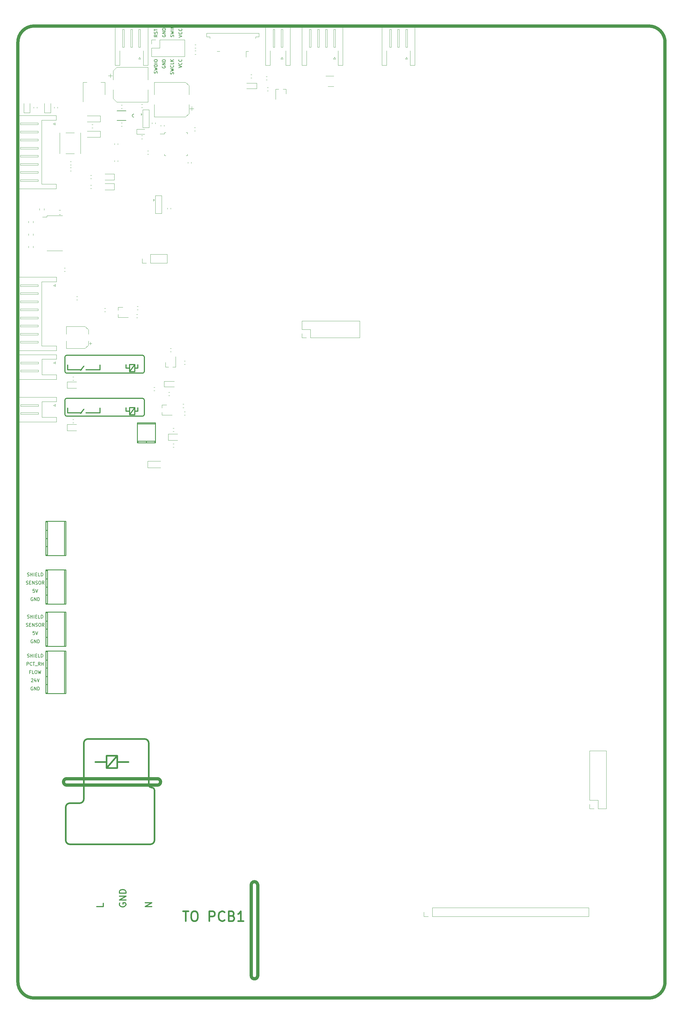
<source format=gto>
G04 #@! TF.GenerationSoftware,KiCad,Pcbnew,5.0.2-bee76a0~70~ubuntu18.04.1*
G04 #@! TF.CreationDate,2018-11-29T20:18:27+08:00*
G04 #@! TF.ProjectId,backplane,6261636b-706c-4616-9e65-2e6b69636164,rev?*
G04 #@! TF.SameCoordinates,Original*
G04 #@! TF.FileFunction,Legend,Top*
G04 #@! TF.FilePolarity,Positive*
%FSLAX46Y46*%
G04 Gerber Fmt 4.6, Leading zero omitted, Abs format (unit mm)*
G04 Created by KiCad (PCBNEW 5.0.2-bee76a0~70~ubuntu18.04.1) date Thursday, November 29, 2018 PM08:18:27 HKT*
%MOMM*%
%LPD*%
G01*
G04 APERTURE LIST*
%ADD10C,1.000000*%
%ADD11C,0.300000*%
%ADD12C,0.500000*%
%ADD13C,0.120000*%
%ADD14C,0.508000*%
%ADD15C,0.254000*%
%ADD16C,0.304800*%
%ADD17C,0.203200*%
%ADD18C,0.150000*%
G04 APERTURE END LIST*
D10*
X73110000Y-264100000D02*
G75*
G02X74110000Y-265100000I0J-1000000D01*
G01*
X73109999Y-294100001D02*
G75*
G02X72110000Y-293100000I1J1000000D01*
G01*
X72110000Y-293100000D02*
X72110000Y-265100000D01*
X74110000Y-265100000D02*
X74110000Y-293100000D01*
X74109998Y-293100001D02*
G75*
G02X73110000Y-294099999I-999998J0D01*
G01*
X72110000Y-265100000D02*
G75*
G02X73110000Y-264100000I1000000J0D01*
G01*
X15100000Y-234300000D02*
G75*
G02X14100000Y-233300000I0J1000000D01*
G01*
X14100000Y-233300000D02*
G75*
G02X15100000Y-232300000I1000000J0D01*
G01*
X44100000Y-233300000D02*
G75*
G02X43100000Y-234300000I-1000000J0D01*
G01*
X43100000Y-232300000D02*
G75*
G02X44100000Y-233300000I0J-1000000D01*
G01*
X43100000Y-234300000D02*
X15100000Y-234300000D01*
X15100000Y-232300000D02*
X43100000Y-232300000D01*
X0Y-5000000D02*
G75*
G02X5000000Y0I5000000J0D01*
G01*
X195000000Y0D02*
G75*
G02X200000000Y-5000000I0J-5000000D01*
G01*
X200000000Y-295000000D02*
G75*
G02X195000000Y-300000000I-5000000J0D01*
G01*
X5000000Y-300000000D02*
G75*
G02X0Y-295000000I0J5000000D01*
G01*
D11*
X41380761Y-271753809D02*
X39380761Y-271753809D01*
X41380761Y-270610952D01*
X39380761Y-270610952D01*
X31476000Y-270706190D02*
X31380761Y-270896666D01*
X31380761Y-271182381D01*
X31476000Y-271468095D01*
X31666476Y-271658571D01*
X31856952Y-271753809D01*
X32237904Y-271849047D01*
X32523619Y-271849047D01*
X32904571Y-271753809D01*
X33095047Y-271658571D01*
X33285523Y-271468095D01*
X33380761Y-271182381D01*
X33380761Y-270991904D01*
X33285523Y-270706190D01*
X33190285Y-270610952D01*
X32523619Y-270610952D01*
X32523619Y-270991904D01*
X33380761Y-269753809D02*
X31380761Y-269753809D01*
X33380761Y-268610952D01*
X31380761Y-268610952D01*
X33380761Y-267658571D02*
X31380761Y-267658571D01*
X31380761Y-267182381D01*
X31476000Y-266896666D01*
X31666476Y-266706190D01*
X31856952Y-266610952D01*
X32237904Y-266515714D01*
X32523619Y-266515714D01*
X32904571Y-266610952D01*
X33095047Y-266706190D01*
X33285523Y-266896666D01*
X33380761Y-267182381D01*
X33380761Y-267658571D01*
X26380761Y-270801428D02*
X26380761Y-271753809D01*
X24380761Y-271753809D01*
D10*
X0Y-5000000D02*
X0Y-295000000D01*
X5000000Y-300000000D02*
X195000000Y-300000000D01*
X200000000Y-5000000D02*
X200000000Y-295000000D01*
X5000000Y0D02*
X195000000Y0D01*
D12*
X51019285Y-273257142D02*
X52733571Y-273257142D01*
X51876428Y-276257142D02*
X51876428Y-273257142D01*
X54305000Y-273257142D02*
X54876428Y-273257142D01*
X55162142Y-273400000D01*
X55447857Y-273685714D01*
X55590714Y-274257142D01*
X55590714Y-275257142D01*
X55447857Y-275828571D01*
X55162142Y-276114285D01*
X54876428Y-276257142D01*
X54305000Y-276257142D01*
X54019285Y-276114285D01*
X53733571Y-275828571D01*
X53590714Y-275257142D01*
X53590714Y-274257142D01*
X53733571Y-273685714D01*
X54019285Y-273400000D01*
X54305000Y-273257142D01*
X59162142Y-276257142D02*
X59162142Y-273257142D01*
X60305000Y-273257142D01*
X60590714Y-273400000D01*
X60733571Y-273542857D01*
X60876428Y-273828571D01*
X60876428Y-274257142D01*
X60733571Y-274542857D01*
X60590714Y-274685714D01*
X60305000Y-274828571D01*
X59162142Y-274828571D01*
X63876428Y-275971428D02*
X63733571Y-276114285D01*
X63305000Y-276257142D01*
X63019285Y-276257142D01*
X62590714Y-276114285D01*
X62305000Y-275828571D01*
X62162142Y-275542857D01*
X62019285Y-274971428D01*
X62019285Y-274542857D01*
X62162142Y-273971428D01*
X62305000Y-273685714D01*
X62590714Y-273400000D01*
X63019285Y-273257142D01*
X63305000Y-273257142D01*
X63733571Y-273400000D01*
X63876428Y-273542857D01*
X66162142Y-274685714D02*
X66590714Y-274828571D01*
X66733571Y-274971428D01*
X66876428Y-275257142D01*
X66876428Y-275685714D01*
X66733571Y-275971428D01*
X66590714Y-276114285D01*
X66305000Y-276257142D01*
X65162142Y-276257142D01*
X65162142Y-273257142D01*
X66162142Y-273257142D01*
X66447857Y-273400000D01*
X66590714Y-273542857D01*
X66733571Y-273828571D01*
X66733571Y-274114285D01*
X66590714Y-274400000D01*
X66447857Y-274542857D01*
X66162142Y-274685714D01*
X65162142Y-274685714D01*
X69733571Y-276257142D02*
X68019285Y-276257142D01*
X68876428Y-276257142D02*
X68876428Y-273257142D01*
X68590714Y-273685714D01*
X68305000Y-273971428D01*
X68019285Y-274114285D01*
D13*
G04 #@! TO.C,U3*
X41270000Y-5550000D02*
X41270000Y-4220000D01*
X41270000Y-4220000D02*
X42600000Y-4220000D01*
X41270000Y-6820000D02*
X43870000Y-6820000D01*
X43870000Y-6820000D02*
X43870000Y-4220000D01*
X43870000Y-4220000D02*
X51550000Y-4220000D01*
X51550000Y-9420000D02*
X51550000Y-4220000D01*
X41270000Y-9420000D02*
X51550000Y-9420000D01*
X41270000Y-9420000D02*
X41270000Y-6820000D01*
D14*
G04 #@! TO.C,K1*
X30722500Y-225251000D02*
X30722500Y-229061000D01*
X27420500Y-225251000D02*
X30722500Y-225251000D01*
X27420500Y-229061000D02*
X27420500Y-225251000D01*
X30722500Y-229061000D02*
X27420500Y-229061000D01*
X30722500Y-225251000D02*
X27420500Y-229061000D01*
X30722500Y-227156000D02*
X34215000Y-227156000D01*
X23928000Y-227156000D02*
X27420500Y-227156000D01*
X19102000Y-239856000D02*
G75*
G03X20372000Y-238586000I0J1270000D01*
G01*
X16054000Y-239856000D02*
G75*
G03X14784000Y-241126000I0J-1270000D01*
G01*
X14784000Y-251286000D02*
G75*
G03X16054000Y-252556000I1270000J0D01*
G01*
X40946000Y-252556000D02*
G75*
G03X42216000Y-251286000I0J1270000D01*
G01*
X40438000Y-221314000D02*
G75*
G03X39168000Y-220044000I-1270000J0D01*
G01*
X21642000Y-220044000D02*
G75*
G03X20372000Y-221314000I0J-1270000D01*
G01*
X42216000Y-235792000D02*
G75*
G03X41454000Y-235030000I-762000J0D01*
G01*
X40438000Y-234268000D02*
G75*
G03X41200000Y-235030000I762000J0D01*
G01*
X40438000Y-234268000D02*
X40438000Y-221314000D01*
X39168000Y-220044000D02*
X21642000Y-220044000D01*
X20372000Y-221314000D02*
X20372000Y-238586000D01*
X19102000Y-239856000D02*
X16054000Y-239856000D01*
X14784000Y-241126000D02*
X14784000Y-251286000D01*
X16054000Y-252556000D02*
X40946000Y-252556000D01*
X42216000Y-251286000D02*
X42216000Y-235792000D01*
X41454000Y-235030000D02*
X41200000Y-235030000D01*
D13*
G04 #@! TO.C,J7*
X119800000Y-10190000D02*
X120100000Y-9590000D01*
X120400000Y-10190000D02*
X119800000Y-10190000D01*
X120100000Y-9590000D02*
X120400000Y-10190000D01*
X114850000Y-6490000D02*
X115350000Y-6490000D01*
X114850000Y-990000D02*
X114850000Y-6490000D01*
X115350000Y-990000D02*
X114850000Y-990000D01*
X115350000Y-6490000D02*
X115350000Y-990000D01*
X117350000Y-6490000D02*
X117850000Y-6490000D01*
X117350000Y-990000D02*
X117350000Y-6490000D01*
X117850000Y-990000D02*
X117350000Y-990000D01*
X117850000Y-6490000D02*
X117850000Y-990000D01*
X119850000Y-6490000D02*
X120350000Y-6490000D01*
X119850000Y-990000D02*
X119850000Y-6490000D01*
X120350000Y-990000D02*
X119850000Y-990000D01*
X120350000Y-6490000D02*
X120350000Y-990000D01*
X113960000Y-12100000D02*
X113960000Y-7600000D01*
X112540000Y-12100000D02*
X113960000Y-12100000D01*
X112540000Y-380000D02*
X112540000Y-12100000D01*
X117600000Y-380000D02*
X112540000Y-380000D01*
X121240000Y-12100000D02*
X121240000Y-7600000D01*
X122660000Y-12100000D02*
X121240000Y-12100000D01*
X122660000Y-380000D02*
X122660000Y-12100000D01*
X117600000Y-380000D02*
X122660000Y-380000D01*
G04 #@! TO.C,J11*
X97550000Y-10190000D02*
X97850000Y-9590000D01*
X98150000Y-10190000D02*
X97550000Y-10190000D01*
X97850000Y-9590000D02*
X98150000Y-10190000D01*
X90100000Y-6490000D02*
X90600000Y-6490000D01*
X90100000Y-990000D02*
X90100000Y-6490000D01*
X90600000Y-990000D02*
X90100000Y-990000D01*
X90600000Y-6490000D02*
X90600000Y-990000D01*
X92600000Y-6490000D02*
X93100000Y-6490000D01*
X92600000Y-990000D02*
X92600000Y-6490000D01*
X93100000Y-990000D02*
X92600000Y-990000D01*
X93100000Y-6490000D02*
X93100000Y-990000D01*
X95100000Y-6490000D02*
X95600000Y-6490000D01*
X95100000Y-990000D02*
X95100000Y-6490000D01*
X95600000Y-990000D02*
X95100000Y-990000D01*
X95600000Y-6490000D02*
X95600000Y-990000D01*
X97600000Y-6490000D02*
X98100000Y-6490000D01*
X97600000Y-990000D02*
X97600000Y-6490000D01*
X98100000Y-990000D02*
X97600000Y-990000D01*
X98100000Y-6490000D02*
X98100000Y-990000D01*
X89210000Y-12100000D02*
X89210000Y-7600000D01*
X87790000Y-12100000D02*
X89210000Y-12100000D01*
X87790000Y-380000D02*
X87790000Y-12100000D01*
X94100000Y-380000D02*
X87790000Y-380000D01*
X98990000Y-12100000D02*
X98990000Y-7600000D01*
X100410000Y-12100000D02*
X98990000Y-12100000D01*
X100410000Y-380000D02*
X100410000Y-12100000D01*
X94100000Y-380000D02*
X100410000Y-380000D01*
G04 #@! TO.C,J6*
X81300000Y-10190000D02*
X81600000Y-9590000D01*
X81900000Y-10190000D02*
X81300000Y-10190000D01*
X81600000Y-9590000D02*
X81900000Y-10190000D01*
X78850000Y-6490000D02*
X79350000Y-6490000D01*
X78850000Y-990000D02*
X78850000Y-6490000D01*
X79350000Y-990000D02*
X78850000Y-990000D01*
X79350000Y-6490000D02*
X79350000Y-990000D01*
X81350000Y-6490000D02*
X81850000Y-6490000D01*
X81350000Y-990000D02*
X81350000Y-6490000D01*
X81850000Y-990000D02*
X81350000Y-990000D01*
X81850000Y-6490000D02*
X81850000Y-990000D01*
X77960000Y-12100000D02*
X77960000Y-7600000D01*
X76540000Y-12100000D02*
X77960000Y-12100000D01*
X76540000Y-380000D02*
X76540000Y-12100000D01*
X80350000Y-380000D02*
X76540000Y-380000D01*
X82740000Y-12100000D02*
X82740000Y-7600000D01*
X84160000Y-12100000D02*
X82740000Y-12100000D01*
X84160000Y-380000D02*
X84160000Y-12100000D01*
X80350000Y-380000D02*
X84160000Y-380000D01*
G04 #@! TO.C,J22*
X37300000Y-10190000D02*
X37600000Y-9590000D01*
X37900000Y-10190000D02*
X37300000Y-10190000D01*
X37600000Y-9590000D02*
X37900000Y-10190000D01*
X32350000Y-6490000D02*
X32850000Y-6490000D01*
X32350000Y-990000D02*
X32350000Y-6490000D01*
X32850000Y-990000D02*
X32350000Y-990000D01*
X32850000Y-6490000D02*
X32850000Y-990000D01*
X34850000Y-6490000D02*
X35350000Y-6490000D01*
X34850000Y-990000D02*
X34850000Y-6490000D01*
X35350000Y-990000D02*
X34850000Y-990000D01*
X35350000Y-6490000D02*
X35350000Y-990000D01*
X37350000Y-6490000D02*
X37850000Y-6490000D01*
X37350000Y-990000D02*
X37350000Y-6490000D01*
X37850000Y-990000D02*
X37350000Y-990000D01*
X37850000Y-6490000D02*
X37850000Y-990000D01*
X31460000Y-12100000D02*
X31460000Y-7600000D01*
X30040000Y-12100000D02*
X31460000Y-12100000D01*
X30040000Y-380000D02*
X30040000Y-12100000D01*
X35100000Y-380000D02*
X30040000Y-380000D01*
X38740000Y-12100000D02*
X38740000Y-7600000D01*
X40160000Y-12100000D02*
X38740000Y-12100000D01*
X40160000Y-380000D02*
X40160000Y-12100000D01*
X35100000Y-380000D02*
X40160000Y-380000D01*
D15*
G04 #@! TO.C,J16*
X14782800Y-178430980D02*
X14782800Y-167829020D01*
X14384020Y-167829020D02*
X14384020Y-178430980D01*
X9083040Y-167829020D02*
X9083040Y-178430980D01*
X8585200Y-178430980D02*
X8585200Y-167829020D01*
X9083040Y-175626820D02*
X8585200Y-175626820D01*
X9083040Y-173130000D02*
X8585200Y-173130000D01*
X8585200Y-168032220D02*
X9083040Y-168032220D01*
X9083040Y-178230320D02*
X8585200Y-178230320D01*
X8585200Y-170633180D02*
X9083040Y-170633180D01*
X8585200Y-178428440D02*
X14782800Y-178428440D01*
X14782800Y-167834100D02*
X8585200Y-167834100D01*
G04 #@! TO.C,J15*
X14782800Y-180834100D02*
X8585200Y-180834100D01*
X8585200Y-191428440D02*
X14782800Y-191428440D01*
X8585200Y-183633180D02*
X9083040Y-183633180D01*
X9083040Y-191230320D02*
X8585200Y-191230320D01*
X8585200Y-181032220D02*
X9083040Y-181032220D01*
X9083040Y-186130000D02*
X8585200Y-186130000D01*
X9083040Y-188626820D02*
X8585200Y-188626820D01*
X8585200Y-191430980D02*
X8585200Y-180829020D01*
X9083040Y-180829020D02*
X9083040Y-191430980D01*
X14384020Y-180829020D02*
X14384020Y-191430980D01*
X14782800Y-191430980D02*
X14782800Y-180829020D01*
G04 #@! TO.C,J13*
X9083040Y-203237840D02*
X8585200Y-203237840D01*
X8585200Y-206036920D02*
X8585200Y-192839080D01*
X9083040Y-192839080D02*
X9083040Y-206036920D01*
X14384020Y-192839080D02*
X14384020Y-206036920D01*
X14782800Y-206036920D02*
X14782800Y-192839080D01*
X9083040Y-200735940D02*
X8585200Y-200735940D01*
X9083040Y-198137520D02*
X8585200Y-198137520D01*
X8585200Y-193039740D02*
X9083040Y-193039740D01*
X9083040Y-205836260D02*
X8585200Y-205836260D01*
X8585200Y-195640700D02*
X9083040Y-195640700D01*
X8585200Y-206034380D02*
X14782800Y-206034380D01*
X14782800Y-192841620D02*
X8585200Y-192841620D01*
G04 #@! TO.C,J17*
X14782800Y-163430980D02*
X14782800Y-152829020D01*
X14384020Y-152829020D02*
X14384020Y-163430980D01*
X9083040Y-152829020D02*
X9083040Y-163430980D01*
X8585200Y-163430980D02*
X8585200Y-152829020D01*
X9083040Y-160626820D02*
X8585200Y-160626820D01*
X9083040Y-158130000D02*
X8585200Y-158130000D01*
X8585200Y-153032220D02*
X9083040Y-153032220D01*
X9083040Y-163230320D02*
X8585200Y-163230320D01*
X8585200Y-155633180D02*
X9083040Y-155633180D01*
X8585200Y-163428440D02*
X14782800Y-163428440D01*
X14782800Y-152834100D02*
X8585200Y-152834100D01*
G04 #@! TO.C,J3*
X42499080Y-128100960D02*
X36900920Y-128100960D01*
X37099040Y-128598800D02*
X37099040Y-128100960D01*
X42300960Y-128100960D02*
X42300960Y-128598800D01*
X39700000Y-128598800D02*
X39700000Y-128100960D01*
X36900920Y-122799980D02*
X42499080Y-122799980D01*
X36900920Y-128598800D02*
X42499080Y-128598800D01*
X42499080Y-128598800D02*
X42499080Y-122401200D01*
X42499080Y-122401200D02*
X36900920Y-122401200D01*
X36900920Y-122401200D02*
X36900920Y-128598800D01*
D16*
G04 #@! TO.C,U1*
X39053594Y-115415778D02*
G75*
G03X38553214Y-114915398I-500380J0D01*
G01*
X15053974Y-114915398D02*
G75*
G03X14553594Y-115415778I0J-500380D01*
G01*
X37096872Y-117881710D02*
X37096872Y-118881710D01*
X33396872Y-117881710D02*
X33396872Y-118881710D01*
X36096872Y-118881710D02*
X37096872Y-118881710D01*
X34496872Y-118881710D02*
X33396872Y-118881710D01*
X34496872Y-119981710D02*
X36096872Y-117781710D01*
X36096872Y-117781710D02*
X34496872Y-117781710D01*
X34496872Y-117781710D02*
X34496872Y-119981710D01*
X34496872Y-119981710D02*
X36096872Y-119981710D01*
X36096872Y-119981710D02*
X36096872Y-117781710D01*
X25366353Y-117946663D02*
X25366353Y-119346663D01*
X21066353Y-119346663D02*
X25366353Y-119346663D01*
X15366353Y-119346663D02*
X19666353Y-119346663D01*
X20366353Y-118246663D02*
X19366353Y-119546663D01*
X15366353Y-117946663D02*
X15366353Y-119346663D01*
X14553594Y-119915018D02*
X14553594Y-115415778D01*
X39053594Y-119915018D02*
X39053594Y-115415778D01*
X38553214Y-114915398D02*
X15053974Y-114915398D01*
X38553214Y-120415398D02*
X15053974Y-120415398D01*
X38553214Y-120415398D02*
G75*
G03X39053594Y-119915018I0J500380D01*
G01*
X14553594Y-119915018D02*
G75*
G03X15053974Y-120415398I500380J0D01*
G01*
G04 #@! TO.C,U2*
X39053594Y-102138179D02*
G75*
G03X38553214Y-101637799I-500380J0D01*
G01*
X15053974Y-101637799D02*
G75*
G03X14553594Y-102138179I0J-500380D01*
G01*
X37096872Y-104604111D02*
X37096872Y-105604111D01*
X33396872Y-104604111D02*
X33396872Y-105604111D01*
X36096872Y-105604111D02*
X37096872Y-105604111D01*
X34496872Y-105604111D02*
X33396872Y-105604111D01*
X34496872Y-106704111D02*
X36096872Y-104504111D01*
X36096872Y-104504111D02*
X34496872Y-104504111D01*
X34496872Y-104504111D02*
X34496872Y-106704111D01*
X34496872Y-106704111D02*
X36096872Y-106704111D01*
X36096872Y-106704111D02*
X36096872Y-104504111D01*
X25366353Y-104669064D02*
X25366353Y-106069064D01*
X21066353Y-106069064D02*
X25366353Y-106069064D01*
X15366353Y-106069064D02*
X19666353Y-106069064D01*
X20366353Y-104969064D02*
X19366353Y-106269064D01*
X15366353Y-104669064D02*
X15366353Y-106069064D01*
X14553594Y-106637419D02*
X14553594Y-102138179D01*
X39053594Y-106637419D02*
X39053594Y-102138179D01*
X38553214Y-101637799D02*
X15053974Y-101637799D01*
X38553214Y-107137799D02*
X15053974Y-107137799D01*
X38553214Y-107137799D02*
G75*
G03X39053594Y-106637419I0J500380D01*
G01*
X14553594Y-106637419D02*
G75*
G03X15053974Y-107137799I500380J0D01*
G01*
D13*
G04 #@! TO.C,R14*
X48221267Y-125160000D02*
X47878733Y-125160000D01*
X48221267Y-124140000D02*
X47878733Y-124140000D01*
G04 #@! TO.C,D11*
X40150000Y-134300000D02*
X40150000Y-136300000D01*
X40150000Y-136300000D02*
X44050000Y-136300000D01*
X40150000Y-134300000D02*
X44050000Y-134300000D01*
G04 #@! TO.C,J28*
X11563501Y-80372770D02*
X10963501Y-80072770D01*
X11563501Y-79772770D02*
X11563501Y-80372770D01*
X10963501Y-80072770D02*
X11563501Y-79772770D01*
X6263501Y-97822770D02*
X6263501Y-97322770D01*
X763501Y-97822770D02*
X6263501Y-97822770D01*
X763501Y-97322770D02*
X763501Y-97822770D01*
X6263501Y-97322770D02*
X763501Y-97322770D01*
X6263501Y-95322770D02*
X6263501Y-94822770D01*
X763501Y-95322770D02*
X6263501Y-95322770D01*
X763501Y-94822770D02*
X763501Y-95322770D01*
X6263501Y-94822770D02*
X763501Y-94822770D01*
X6263501Y-92822770D02*
X6263501Y-92322770D01*
X763501Y-92822770D02*
X6263501Y-92822770D01*
X763501Y-92322770D02*
X763501Y-92822770D01*
X6263501Y-92322770D02*
X763501Y-92322770D01*
X6263501Y-90322770D02*
X6263501Y-89822770D01*
X763501Y-90322770D02*
X6263501Y-90322770D01*
X763501Y-89822770D02*
X763501Y-90322770D01*
X6263501Y-89822770D02*
X763501Y-89822770D01*
X6263501Y-87822770D02*
X6263501Y-87322770D01*
X763501Y-87822770D02*
X6263501Y-87822770D01*
X763501Y-87322770D02*
X763501Y-87822770D01*
X6263501Y-87322770D02*
X763501Y-87322770D01*
X6263501Y-85322770D02*
X6263501Y-84822770D01*
X763501Y-85322770D02*
X6263501Y-85322770D01*
X763501Y-84822770D02*
X763501Y-85322770D01*
X6263501Y-84822770D02*
X763501Y-84822770D01*
X6263501Y-82822770D02*
X6263501Y-82322770D01*
X763501Y-82822770D02*
X6263501Y-82822770D01*
X763501Y-82322770D02*
X763501Y-82822770D01*
X6263501Y-82322770D02*
X763501Y-82322770D01*
X6263501Y-80322770D02*
X6263501Y-79822770D01*
X763501Y-80322770D02*
X6263501Y-80322770D01*
X763501Y-79822770D02*
X763501Y-80322770D01*
X6263501Y-79822770D02*
X763501Y-79822770D01*
X7373501Y-98712770D02*
X7373501Y-88822770D01*
X11873501Y-98712770D02*
X7373501Y-98712770D01*
X11873501Y-100132770D02*
X11873501Y-98712770D01*
X153501Y-100132770D02*
X11873501Y-100132770D01*
X153501Y-88822770D02*
X153501Y-100132770D01*
X7373501Y-78932770D02*
X7373501Y-88822770D01*
X11873501Y-78932770D02*
X7373501Y-78932770D01*
X11873501Y-77512770D02*
X11873501Y-78932770D01*
X153501Y-77512770D02*
X11873501Y-77512770D01*
X153501Y-88822770D02*
X153501Y-77512770D01*
G04 #@! TO.C,J4*
X11530000Y-30470000D02*
X10930000Y-30170000D01*
X11530000Y-29870000D02*
X11530000Y-30470000D01*
X10930000Y-30170000D02*
X11530000Y-29870000D01*
X6230000Y-47920000D02*
X6230000Y-47420000D01*
X730000Y-47920000D02*
X6230000Y-47920000D01*
X730000Y-47420000D02*
X730000Y-47920000D01*
X6230000Y-47420000D02*
X730000Y-47420000D01*
X6230000Y-45420000D02*
X6230000Y-44920000D01*
X730000Y-45420000D02*
X6230000Y-45420000D01*
X730000Y-44920000D02*
X730000Y-45420000D01*
X6230000Y-44920000D02*
X730000Y-44920000D01*
X6230000Y-42920000D02*
X6230000Y-42420000D01*
X730000Y-42920000D02*
X6230000Y-42920000D01*
X730000Y-42420000D02*
X730000Y-42920000D01*
X6230000Y-42420000D02*
X730000Y-42420000D01*
X6230000Y-40420000D02*
X6230000Y-39920000D01*
X730000Y-40420000D02*
X6230000Y-40420000D01*
X730000Y-39920000D02*
X730000Y-40420000D01*
X6230000Y-39920000D02*
X730000Y-39920000D01*
X6230000Y-37920000D02*
X6230000Y-37420000D01*
X730000Y-37920000D02*
X6230000Y-37920000D01*
X730000Y-37420000D02*
X730000Y-37920000D01*
X6230000Y-37420000D02*
X730000Y-37420000D01*
X6230000Y-35420000D02*
X6230000Y-34920000D01*
X730000Y-35420000D02*
X6230000Y-35420000D01*
X730000Y-34920000D02*
X730000Y-35420000D01*
X6230000Y-34920000D02*
X730000Y-34920000D01*
X6230000Y-32920000D02*
X6230000Y-32420000D01*
X730000Y-32920000D02*
X6230000Y-32920000D01*
X730000Y-32420000D02*
X730000Y-32920000D01*
X6230000Y-32420000D02*
X730000Y-32420000D01*
X6230000Y-30420000D02*
X6230000Y-29920000D01*
X730000Y-30420000D02*
X6230000Y-30420000D01*
X730000Y-29920000D02*
X730000Y-30420000D01*
X6230000Y-29920000D02*
X730000Y-29920000D01*
X7340000Y-48810000D02*
X7340000Y-38920000D01*
X11840000Y-48810000D02*
X7340000Y-48810000D01*
X11840000Y-50230000D02*
X11840000Y-48810000D01*
X120000Y-50230000D02*
X11840000Y-50230000D01*
X120000Y-38920000D02*
X120000Y-50230000D01*
X7340000Y-29030000D02*
X7340000Y-38920000D01*
X11840000Y-29030000D02*
X7340000Y-29030000D01*
X11840000Y-27610000D02*
X11840000Y-29030000D01*
X120000Y-27610000D02*
X11840000Y-27610000D01*
X120000Y-38920000D02*
X120000Y-27610000D01*
G04 #@! TO.C,J9*
X11613501Y-104267920D02*
X11013501Y-103967920D01*
X11613501Y-103667920D02*
X11613501Y-104267920D01*
X11013501Y-103967920D02*
X11613501Y-103667920D01*
X6313501Y-106717920D02*
X6313501Y-106217920D01*
X813501Y-106717920D02*
X6313501Y-106717920D01*
X813501Y-106217920D02*
X813501Y-106717920D01*
X6313501Y-106217920D02*
X813501Y-106217920D01*
X6313501Y-104217920D02*
X6313501Y-103717920D01*
X813501Y-104217920D02*
X6313501Y-104217920D01*
X813501Y-103717920D02*
X813501Y-104217920D01*
X6313501Y-103717920D02*
X813501Y-103717920D01*
X7423501Y-107607920D02*
X7423501Y-105217920D01*
X11923501Y-107607920D02*
X7423501Y-107607920D01*
X11923501Y-109027920D02*
X11923501Y-107607920D01*
X203501Y-109027920D02*
X11923501Y-109027920D01*
X203501Y-105217920D02*
X203501Y-109027920D01*
X7423501Y-102827920D02*
X7423501Y-105217920D01*
X11923501Y-102827920D02*
X7423501Y-102827920D01*
X11923501Y-101407920D02*
X11923501Y-102827920D01*
X203501Y-101407920D02*
X11923501Y-101407920D01*
X203501Y-105217920D02*
X203501Y-101407920D01*
G04 #@! TO.C,J8*
X11613501Y-117387920D02*
X11013501Y-117087920D01*
X11613501Y-116787920D02*
X11613501Y-117387920D01*
X11013501Y-117087920D02*
X11613501Y-116787920D01*
X6313501Y-119837920D02*
X6313501Y-119337920D01*
X813501Y-119837920D02*
X6313501Y-119837920D01*
X813501Y-119337920D02*
X813501Y-119837920D01*
X6313501Y-119337920D02*
X813501Y-119337920D01*
X6313501Y-117337920D02*
X6313501Y-116837920D01*
X813501Y-117337920D02*
X6313501Y-117337920D01*
X813501Y-116837920D02*
X813501Y-117337920D01*
X6313501Y-116837920D02*
X813501Y-116837920D01*
X7423501Y-120727920D02*
X7423501Y-118337920D01*
X11923501Y-120727920D02*
X7423501Y-120727920D01*
X11923501Y-122147920D02*
X11923501Y-120727920D01*
X203501Y-122147920D02*
X11923501Y-122147920D01*
X203501Y-118337920D02*
X203501Y-122147920D01*
X7423501Y-115947920D02*
X7423501Y-118337920D01*
X11923501Y-115947920D02*
X7423501Y-115947920D01*
X11923501Y-114527920D02*
X11923501Y-115947920D01*
X203501Y-114527920D02*
X11923501Y-114527920D01*
X203501Y-118337920D02*
X203501Y-114527920D01*
G04 #@! TO.C,R18*
X38188733Y-33800000D02*
X38531267Y-33800000D01*
X38188733Y-34820000D02*
X38531267Y-34820000D01*
G04 #@! TO.C,U6*
X95800000Y-18650000D02*
X97600000Y-18650000D01*
X97600000Y-15430000D02*
X95150000Y-15430000D01*
G04 #@! TO.C,D10*
X45200000Y-109635896D02*
X45200000Y-111335896D01*
X45200000Y-111335896D02*
X48350000Y-111335896D01*
X45200000Y-109635896D02*
X48350000Y-109635896D01*
G04 #@! TO.C,R28*
X46578733Y-113030000D02*
X46921267Y-113030000D01*
X46578733Y-114050000D02*
X46921267Y-114050000D01*
G04 #@! TO.C,U4*
X52408500Y-32877230D02*
X52408500Y-33297230D01*
X52408500Y-39997230D02*
X52408500Y-39577230D01*
X45288500Y-39997230D02*
X45288500Y-39577230D01*
X45288500Y-32877230D02*
X45708500Y-32877230D01*
X52408500Y-39997230D02*
X51988500Y-39997230D01*
X52408500Y-32877230D02*
X51988500Y-32877230D01*
X45288500Y-33297230D02*
X43908500Y-33297230D01*
X45288500Y-32877230D02*
X45288500Y-33297230D01*
X45288500Y-39997230D02*
X45708500Y-39997230D01*
G04 #@! TO.C,SW1*
X19362769Y-39368500D02*
X19332769Y-39368500D01*
X12902769Y-39368500D02*
X12932769Y-39368500D01*
X12902769Y-32908500D02*
X12932769Y-32908500D01*
X19332769Y-32908500D02*
X19362769Y-32908500D01*
X17432769Y-39368500D02*
X14832769Y-39368500D01*
X19362769Y-32908500D02*
X19362769Y-39368500D01*
X17432769Y-32908500D02*
X14832769Y-32908500D01*
X12902769Y-32908500D02*
X12902769Y-39368500D01*
G04 #@! TO.C,C7*
X28575000Y-14715000D02*
X28575000Y-15965000D01*
X27950000Y-15340000D02*
X29200000Y-15340000D01*
X29440000Y-22395563D02*
X30504437Y-23460000D01*
X29440000Y-13804437D02*
X30504437Y-12740000D01*
X29440000Y-13804437D02*
X29440000Y-16590000D01*
X29440000Y-22395563D02*
X29440000Y-19610000D01*
X30504437Y-23460000D02*
X40160000Y-23460000D01*
X30504437Y-12740000D02*
X40160000Y-12740000D01*
X40160000Y-12740000D02*
X40160000Y-16590000D01*
X40160000Y-23460000D02*
X40160000Y-19610000D01*
G04 #@! TO.C,C1*
X42140000Y-17340000D02*
X42140000Y-21190000D01*
X42140000Y-28060000D02*
X42140000Y-24210000D01*
X51795563Y-28060000D02*
X42140000Y-28060000D01*
X51795563Y-17340000D02*
X42140000Y-17340000D01*
X52860000Y-18404437D02*
X52860000Y-21190000D01*
X52860000Y-26995563D02*
X52860000Y-24210000D01*
X52860000Y-26995563D02*
X51795563Y-28060000D01*
X52860000Y-18404437D02*
X51795563Y-17340000D01*
X54350000Y-25460000D02*
X53100000Y-25460000D01*
X53725000Y-26085000D02*
X53725000Y-24835000D01*
G04 #@! TO.C,C21*
X15000000Y-92710000D02*
X15000000Y-95060000D01*
X15000000Y-99530000D02*
X15000000Y-97180000D01*
X20755563Y-99530000D02*
X15000000Y-99530000D01*
X20755563Y-92710000D02*
X15000000Y-92710000D01*
X21820000Y-93774437D02*
X21820000Y-95060000D01*
X21820000Y-98465563D02*
X21820000Y-97180000D01*
X21820000Y-98465563D02*
X20755563Y-99530000D01*
X21820000Y-93774437D02*
X20755563Y-92710000D01*
X22847500Y-97967500D02*
X22060000Y-97967500D01*
X22453750Y-98361250D02*
X22453750Y-97573750D01*
G04 #@! TO.C,C4*
X40361267Y-39510000D02*
X40018733Y-39510000D01*
X40361267Y-38490000D02*
X40018733Y-38490000D01*
G04 #@! TO.C,C6*
X52538500Y-41965963D02*
X52538500Y-42308497D01*
X53558500Y-41965963D02*
X53558500Y-42308497D01*
G04 #@! TO.C,C10*
X23171267Y-31410000D02*
X22828733Y-31410000D01*
X23171267Y-30390000D02*
X22828733Y-30390000D01*
G04 #@! TO.C,C11*
X16161503Y-42848500D02*
X16504037Y-42848500D01*
X16161503Y-41828500D02*
X16504037Y-41828500D01*
G04 #@! TO.C,C2*
X38491267Y-25120000D02*
X38148733Y-25120000D01*
X38491267Y-24100000D02*
X38148733Y-24100000D01*
G04 #@! TO.C,C3*
X45158500Y-30908497D02*
X45158500Y-30565963D01*
X44138500Y-30908497D02*
X44138500Y-30565963D01*
G04 #@! TO.C,C13*
X30858500Y-36265963D02*
X30858500Y-36608497D01*
X29838500Y-36265963D02*
X29838500Y-36608497D01*
G04 #@! TO.C,C14*
X32216487Y-29894540D02*
X31873953Y-29894540D01*
X32216487Y-30914540D02*
X31873953Y-30914540D01*
G04 #@! TO.C,C15*
X32216487Y-25414540D02*
X31873953Y-25414540D01*
X32216487Y-24394540D02*
X31873953Y-24394540D01*
G04 #@! TO.C,C5*
X54477233Y-32347230D02*
X54819767Y-32347230D01*
X54477233Y-31327230D02*
X54819767Y-31327230D01*
G04 #@! TO.C,C12*
X29838500Y-41808497D02*
X29838500Y-41465963D01*
X30858500Y-41808497D02*
X30858500Y-41465963D01*
G04 #@! TO.C,C18*
X12638748Y-56790000D02*
X13161252Y-56790000D01*
X12638748Y-58210000D02*
X13161252Y-58210000D01*
G04 #@! TO.C,C16*
X3298500Y-60225978D02*
X3298500Y-60748482D01*
X4718500Y-60225978D02*
X4718500Y-60748482D01*
G04 #@! TO.C,C17*
X4710000Y-64063748D02*
X4710000Y-64586252D01*
X3290000Y-64063748D02*
X3290000Y-64586252D01*
G04 #@! TO.C,C19*
X6690000Y-56338748D02*
X6690000Y-56861252D01*
X8110000Y-56338748D02*
X8110000Y-56861252D01*
G04 #@! TO.C,C20*
X3290000Y-68461252D02*
X3290000Y-67938748D01*
X4710000Y-68461252D02*
X4710000Y-67938748D01*
G04 #@! TO.C,C8*
X25485000Y-32465000D02*
X21400000Y-32465000D01*
X25485000Y-34335000D02*
X25485000Y-32465000D01*
X21400000Y-34335000D02*
X25485000Y-34335000D01*
G04 #@! TO.C,C9*
X21400000Y-29535000D02*
X25485000Y-29535000D01*
X25485000Y-29535000D02*
X25485000Y-27665000D01*
X25485000Y-27665000D02*
X21400000Y-27665000D01*
G04 #@! TO.C,J14*
X62341000Y-7802530D02*
X61516000Y-7802530D01*
X70471000Y-7802530D02*
X70471000Y-9602530D01*
X71296000Y-7802530D02*
X70471000Y-7802530D01*
X73451000Y-3292530D02*
X73451000Y-3832530D01*
X74476000Y-3292530D02*
X73451000Y-3292530D01*
X74476000Y-2182530D02*
X74476000Y-3292530D01*
X58336000Y-2182530D02*
X74476000Y-2182530D01*
X58336000Y-3292530D02*
X58336000Y-2182530D01*
X59361000Y-3292530D02*
X58336000Y-3292530D01*
X59361000Y-3832530D02*
X59361000Y-3292530D01*
G04 #@! TO.C,D4*
X73838500Y-19337230D02*
X73838500Y-17637230D01*
X73838500Y-17637230D02*
X70688500Y-17637230D01*
X73838500Y-19337230D02*
X70688500Y-19337230D01*
G04 #@! TO.C,BOOT1*
X41903231Y-53993500D02*
X42203231Y-53693500D01*
X41903231Y-53393500D02*
X41903231Y-53993500D01*
X42203231Y-53693500D02*
X41903231Y-53393500D01*
X42453231Y-52343500D02*
X44403231Y-52343500D01*
X42453231Y-57843500D02*
X42453231Y-52343500D01*
X44403231Y-57843500D02*
X42453231Y-57843500D01*
X44403231Y-52343500D02*
X44403231Y-57843500D01*
G04 #@! TO.C,BOOT0*
X40562771Y-25858500D02*
X40562771Y-31358500D01*
X40562771Y-31358500D02*
X38612771Y-31358500D01*
X38612771Y-31358500D02*
X38612771Y-25858500D01*
X38612771Y-25858500D02*
X40562771Y-25858500D01*
X38362771Y-27208500D02*
X38062771Y-26908500D01*
X38062771Y-26908500D02*
X38062771Y-27508500D01*
X38062771Y-27508500D02*
X38362771Y-27208500D01*
G04 #@! TO.C,D5*
X39180000Y-31865000D02*
X36720000Y-31865000D01*
X36720000Y-31865000D02*
X36720000Y-33335000D01*
X36720000Y-33335000D02*
X39180000Y-33335000D01*
G04 #@! TO.C,D9*
X29768500Y-45627230D02*
X26908500Y-45627230D01*
X29768500Y-47547230D02*
X29768500Y-45627230D01*
X26908500Y-47547230D02*
X29768500Y-47547230D01*
G04 #@! TO.C,D8*
X26908500Y-50547230D02*
X29768500Y-50547230D01*
X29768500Y-50547230D02*
X29768500Y-48627230D01*
X29768500Y-48627230D02*
X26908500Y-48627230D01*
G04 #@! TO.C,D7*
X1799244Y-23885318D02*
X1799244Y-26745318D01*
X1799244Y-26745318D02*
X3719244Y-26745318D01*
X3719244Y-26745318D02*
X3719244Y-23885318D01*
G04 #@! TO.C,D6*
X10132991Y-26745318D02*
X10132991Y-23885318D01*
X8212991Y-26745318D02*
X10132991Y-26745318D01*
X8212991Y-23885318D02*
X8212991Y-26745318D01*
G04 #@! TO.C,D3*
X49300000Y-125940000D02*
X46440000Y-125940000D01*
X46440000Y-125940000D02*
X46440000Y-127860000D01*
X46440000Y-127860000D02*
X49300000Y-127860000D01*
G04 #@! TO.C,D1*
X15250420Y-124896499D02*
X18110420Y-124896499D01*
X15250420Y-122976499D02*
X15250420Y-124896499D01*
X18110420Y-122976499D02*
X15250420Y-122976499D01*
G04 #@! TO.C,D2*
X18110420Y-109806499D02*
X15250420Y-109806499D01*
X15250420Y-109806499D02*
X15250420Y-111726499D01*
X15250420Y-111726499D02*
X18110420Y-111726499D01*
G04 #@! TO.C,U5*
X26910000Y-17390000D02*
X25650000Y-17390000D01*
X20090000Y-17390000D02*
X21350000Y-17390000D01*
X26910000Y-21150000D02*
X26910000Y-17390000D01*
X20090000Y-23400000D02*
X20090000Y-17390000D01*
G04 #@! TO.C,Q3*
X45626530Y-105232500D02*
X45626530Y-103772500D01*
X48786530Y-105232500D02*
X48786530Y-102072500D01*
X48786530Y-105232500D02*
X47856530Y-105232500D01*
X45626530Y-105232500D02*
X46556530Y-105232500D01*
G04 #@! TO.C,Q2*
X30933593Y-86757799D02*
X30933593Y-87687799D01*
X30933593Y-89917799D02*
X30933593Y-88987799D01*
X30933593Y-89917799D02*
X34093593Y-89917799D01*
X30933593Y-86757799D02*
X32393593Y-86757799D01*
G04 #@! TO.C,Q1*
X44523593Y-116947800D02*
X45983593Y-116947800D01*
X44523593Y-120107800D02*
X47683593Y-120107800D01*
X44523593Y-120107800D02*
X44523593Y-119177800D01*
X44523593Y-116947800D02*
X44523593Y-117877800D01*
G04 #@! TO.C,Q4*
X82840000Y-19440000D02*
X81910000Y-19440000D01*
X79680000Y-19440000D02*
X80610000Y-19440000D01*
X79680000Y-19440000D02*
X79680000Y-22600000D01*
X82840000Y-19440000D02*
X82840000Y-20900000D01*
G04 #@! TO.C,R7*
X16939153Y-121426499D02*
X17281687Y-121426499D01*
X16939153Y-122446499D02*
X17281687Y-122446499D01*
G04 #@! TO.C,R4*
X36624733Y-89980000D02*
X36967267Y-89980000D01*
X36624733Y-88960000D02*
X36967267Y-88960000D01*
G04 #@! TO.C,R8*
X16939152Y-108256499D02*
X17281686Y-108256499D01*
X16939152Y-109276499D02*
X17281686Y-109276499D01*
G04 #@! TO.C,R19*
X41452769Y-29837233D02*
X41452769Y-30179767D01*
X42472769Y-29837233D02*
X42472769Y-30179767D01*
G04 #@! TO.C,R3*
X51337327Y-120037801D02*
X51679861Y-120037801D01*
X51337327Y-119017801D02*
X51679861Y-119017801D01*
G04 #@! TO.C,R2*
X54707233Y-5787230D02*
X55049767Y-5787230D01*
X54707233Y-6807230D02*
X55049767Y-6807230D01*
G04 #@! TO.C,R17*
X76697233Y-16597230D02*
X77039767Y-16597230D01*
X76697233Y-15577230D02*
X77039767Y-15577230D01*
G04 #@! TO.C,R1*
X54707233Y-7667230D02*
X55049767Y-7667230D01*
X54707233Y-8687230D02*
X55049767Y-8687230D01*
G04 #@! TO.C,R16*
X72309767Y-14977230D02*
X71967233Y-14977230D01*
X72309767Y-15997230D02*
X71967233Y-15997230D01*
G04 #@! TO.C,R5*
X51254860Y-117737799D02*
X50912326Y-117737799D01*
X51254860Y-116717799D02*
X50912326Y-116717799D01*
G04 #@! TO.C,R15*
X77339767Y-18977230D02*
X76997233Y-18977230D01*
X77339767Y-19997230D02*
X76997233Y-19997230D01*
G04 #@! TO.C,R6*
X37177267Y-86530000D02*
X36834733Y-86530000D01*
X37177267Y-87550000D02*
X36834733Y-87550000D01*
G04 #@! TO.C,R23*
X4849244Y-25301585D02*
X4849244Y-24959051D01*
X5869244Y-25301585D02*
X5869244Y-24959051D01*
G04 #@! TO.C,R24*
X22437233Y-49077230D02*
X22779767Y-49077230D01*
X22437233Y-50097230D02*
X22779767Y-50097230D01*
G04 #@! TO.C,R25*
X22437233Y-47097230D02*
X22779767Y-47097230D01*
X22437233Y-46077230D02*
X22779767Y-46077230D01*
G04 #@! TO.C,R26*
X18118733Y-84530000D02*
X18461267Y-84530000D01*
X18118733Y-83510000D02*
X18461267Y-83510000D01*
G04 #@! TO.C,R27*
X14621267Y-75700000D02*
X14278733Y-75700000D01*
X14621267Y-74680000D02*
X14278733Y-74680000D01*
G04 #@! TO.C,R22*
X16504037Y-43690000D02*
X16161503Y-43690000D01*
X16504037Y-44710000D02*
X16161503Y-44710000D01*
G04 #@! TO.C,R21*
X11262991Y-25301585D02*
X11262991Y-24959051D01*
X12282991Y-25301585D02*
X12282991Y-24959051D01*
G04 #@! TO.C,R9*
X42307267Y-111500000D02*
X41964733Y-111500000D01*
X42307267Y-112520000D02*
X41964733Y-112520000D01*
G04 #@! TO.C,R10*
X27067267Y-87150000D02*
X26724733Y-87150000D01*
X27067267Y-88170000D02*
X26724733Y-88170000D01*
G04 #@! TO.C,R11*
X51335261Y-104382500D02*
X51677795Y-104382500D01*
X51335261Y-103362500D02*
X51677795Y-103362500D01*
G04 #@! TO.C,R12*
X47377795Y-100482501D02*
X47035261Y-100482501D01*
X47377795Y-99462501D02*
X47035261Y-99462501D01*
G04 #@! TO.C,R20*
X47213231Y-56464767D02*
X47213231Y-56122233D01*
X46193231Y-56464767D02*
X46193231Y-56122233D01*
G04 #@! TO.C,R13*
X47928733Y-128990000D02*
X48271267Y-128990000D01*
X47928733Y-130010000D02*
X48271267Y-130010000D01*
D17*
G04 #@! TO.C,Y2*
X35820220Y-28154540D02*
G75*
G02X35820220Y-27154540I0J500000D01*
G01*
X30620220Y-26154540D02*
X33420220Y-26154540D01*
X33420220Y-29154540D02*
X30620220Y-29154540D01*
D13*
G04 #@! TO.C,U7*
X8978500Y-58522231D02*
X8978500Y-58922231D01*
X8978500Y-58922231D02*
X7578500Y-58922231D01*
X8978500Y-58522231D02*
X13778500Y-58522231D01*
X8978500Y-69322231D02*
X13778500Y-69322231D01*
G04 #@! TO.C,J2*
X176669998Y-223670000D02*
X181869998Y-223670000D01*
X176669998Y-238970000D02*
X176669998Y-223670000D01*
X181869998Y-241570000D02*
X181869998Y-223670000D01*
X176669998Y-238970000D02*
X179269998Y-238970000D01*
X179269998Y-238970000D02*
X179269998Y-241570000D01*
X179269998Y-241570000D02*
X181869998Y-241570000D01*
X176669998Y-240240000D02*
X176669998Y-241570000D01*
X176669998Y-241570000D02*
X177999998Y-241570000D01*
G04 #@! TO.C,J18*
X125495998Y-274828000D02*
X125495998Y-273498000D01*
X126825998Y-274828000D02*
X125495998Y-274828000D01*
X128095998Y-274828000D02*
X128095998Y-272168000D01*
X128095998Y-272168000D02*
X176415998Y-272168000D01*
X128095998Y-274828000D02*
X176415998Y-274828000D01*
X176415998Y-274828000D02*
X176415998Y-272168000D01*
G04 #@! TO.C,J1*
X87770000Y-96230000D02*
X87770000Y-94900000D01*
X89100000Y-96230000D02*
X87770000Y-96230000D01*
X87770000Y-93630000D02*
X87770000Y-91030000D01*
X90370000Y-93630000D02*
X87770000Y-93630000D01*
X90370000Y-96230000D02*
X90370000Y-93630000D01*
X87770000Y-91030000D02*
X105670000Y-91030000D01*
X90370000Y-96230000D02*
X105670000Y-96230000D01*
X105670000Y-96230000D02*
X105670000Y-91030000D01*
G04 #@! TO.C,J23*
X38380000Y-73135000D02*
X38380000Y-71805000D01*
X39710000Y-73135000D02*
X38380000Y-73135000D01*
X40980000Y-73135000D02*
X40980000Y-70475000D01*
X40980000Y-70475000D02*
X46120000Y-70475000D01*
X40980000Y-73135000D02*
X46120000Y-73135000D01*
X46120000Y-73135000D02*
X46120000Y-70475000D01*
G04 #@! TD*
G04 #@! TO.C,U3*
D18*
X49672380Y-12908024D02*
X50672380Y-12574691D01*
X49672380Y-12241357D01*
X50577142Y-11336595D02*
X50624761Y-11384214D01*
X50672380Y-11527071D01*
X50672380Y-11622310D01*
X50624761Y-11765167D01*
X50529523Y-11860405D01*
X50434285Y-11908024D01*
X50243809Y-11955643D01*
X50100952Y-11955643D01*
X49910476Y-11908024D01*
X49815238Y-11860405D01*
X49720000Y-11765167D01*
X49672380Y-11622310D01*
X49672380Y-11527071D01*
X49720000Y-11384214D01*
X49767619Y-11336595D01*
X50577142Y-10336595D02*
X50624761Y-10384214D01*
X50672380Y-10527071D01*
X50672380Y-10622310D01*
X50624761Y-10765167D01*
X50529523Y-10860405D01*
X50434285Y-10908024D01*
X50243809Y-10955643D01*
X50100952Y-10955643D01*
X49910476Y-10908024D01*
X49815238Y-10860405D01*
X49720000Y-10765167D01*
X49672380Y-10622310D01*
X49672380Y-10527071D01*
X49720000Y-10384214D01*
X49767619Y-10336595D01*
X44640000Y-12431833D02*
X44592380Y-12527071D01*
X44592380Y-12669929D01*
X44640000Y-12812786D01*
X44735238Y-12908024D01*
X44830476Y-12955643D01*
X45020952Y-13003262D01*
X45163809Y-13003262D01*
X45354285Y-12955643D01*
X45449523Y-12908024D01*
X45544761Y-12812786D01*
X45592380Y-12669929D01*
X45592380Y-12574690D01*
X45544761Y-12431833D01*
X45497142Y-12384214D01*
X45163809Y-12384214D01*
X45163809Y-12574690D01*
X45592380Y-11955643D02*
X44592380Y-11955643D01*
X45592380Y-11384214D01*
X44592380Y-11384214D01*
X45592380Y-10908024D02*
X44592380Y-10908024D01*
X44592380Y-10669929D01*
X44640000Y-10527071D01*
X44735238Y-10431833D01*
X44830476Y-10384214D01*
X45020952Y-10336595D01*
X45163809Y-10336595D01*
X45354285Y-10384214D01*
X45449523Y-10431833D01*
X45544761Y-10527071D01*
X45592380Y-10669929D01*
X45592380Y-10908024D01*
X44690800Y-2771738D02*
X44643180Y-2866976D01*
X44643180Y-3009834D01*
X44690800Y-3152691D01*
X44786038Y-3247929D01*
X44881276Y-3295548D01*
X45071752Y-3343167D01*
X45214609Y-3343167D01*
X45405085Y-3295548D01*
X45500323Y-3247929D01*
X45595561Y-3152691D01*
X45643180Y-3009834D01*
X45643180Y-2914595D01*
X45595561Y-2771738D01*
X45547942Y-2724119D01*
X45214609Y-2724119D01*
X45214609Y-2914595D01*
X45643180Y-2295548D02*
X44643180Y-2295548D01*
X45643180Y-1724119D01*
X44643180Y-1724119D01*
X45643180Y-1247929D02*
X44643180Y-1247929D01*
X44643180Y-1009834D01*
X44690800Y-866976D01*
X44786038Y-771738D01*
X44881276Y-724119D01*
X45071752Y-676500D01*
X45214609Y-676500D01*
X45405085Y-724119D01*
X45500323Y-771738D01*
X45595561Y-866976D01*
X45643180Y-1009834D01*
X45643180Y-1247929D01*
X43055561Y-14574690D02*
X43103180Y-14431833D01*
X43103180Y-14193738D01*
X43055561Y-14098500D01*
X43007942Y-14050881D01*
X42912704Y-14003262D01*
X42817466Y-14003262D01*
X42722228Y-14050881D01*
X42674609Y-14098500D01*
X42626990Y-14193738D01*
X42579371Y-14384214D01*
X42531752Y-14479452D01*
X42484133Y-14527071D01*
X42388895Y-14574690D01*
X42293657Y-14574690D01*
X42198419Y-14527071D01*
X42150800Y-14479452D01*
X42103180Y-14384214D01*
X42103180Y-14146119D01*
X42150800Y-14003262D01*
X42103180Y-13669928D02*
X43103180Y-13431833D01*
X42388895Y-13241357D01*
X43103180Y-13050881D01*
X42103180Y-12812785D01*
X43103180Y-12431833D02*
X42103180Y-12431833D01*
X42103180Y-12193738D01*
X42150800Y-12050881D01*
X42246038Y-11955643D01*
X42341276Y-11908023D01*
X42531752Y-11860404D01*
X42674609Y-11860404D01*
X42865085Y-11908023D01*
X42960323Y-11955643D01*
X43055561Y-12050881D01*
X43103180Y-12193738D01*
X43103180Y-12431833D01*
X43103180Y-11431833D02*
X42103180Y-11431833D01*
X42103180Y-10765166D02*
X42103180Y-10574690D01*
X42150800Y-10479452D01*
X42246038Y-10384214D01*
X42436514Y-10336595D01*
X42769847Y-10336595D01*
X42960323Y-10384214D01*
X43055561Y-10479452D01*
X43103180Y-10574690D01*
X43103180Y-10765166D01*
X43055561Y-10860404D01*
X42960323Y-10955643D01*
X42769847Y-11003262D01*
X42436514Y-11003262D01*
X42246038Y-10955643D01*
X42150800Y-10860404D01*
X42103180Y-10765166D01*
X48084761Y-14860404D02*
X48132380Y-14717547D01*
X48132380Y-14479452D01*
X48084761Y-14384214D01*
X48037142Y-14336595D01*
X47941904Y-14288976D01*
X47846666Y-14288976D01*
X47751428Y-14336595D01*
X47703809Y-14384214D01*
X47656190Y-14479452D01*
X47608571Y-14669928D01*
X47560952Y-14765166D01*
X47513333Y-14812785D01*
X47418095Y-14860404D01*
X47322857Y-14860404D01*
X47227619Y-14812785D01*
X47180000Y-14765166D01*
X47132380Y-14669928D01*
X47132380Y-14431833D01*
X47180000Y-14288976D01*
X47132380Y-13955642D02*
X48132380Y-13717547D01*
X47418095Y-13527071D01*
X48132380Y-13336595D01*
X47132380Y-13098500D01*
X48037142Y-12146119D02*
X48084761Y-12193738D01*
X48132380Y-12336595D01*
X48132380Y-12431833D01*
X48084761Y-12574690D01*
X47989523Y-12669928D01*
X47894285Y-12717547D01*
X47703809Y-12765166D01*
X47560952Y-12765166D01*
X47370476Y-12717547D01*
X47275238Y-12669928D01*
X47180000Y-12574690D01*
X47132380Y-12431833D01*
X47132380Y-12336595D01*
X47180000Y-12193738D01*
X47227619Y-12146119D01*
X48132380Y-11241357D02*
X48132380Y-11717547D01*
X47132380Y-11717547D01*
X48132380Y-10908023D02*
X47132380Y-10908023D01*
X48132380Y-10336595D02*
X47560952Y-10765166D01*
X47132380Y-10336595D02*
X47703809Y-10908023D01*
X43103180Y-2724119D02*
X42626990Y-3057452D01*
X43103180Y-3295547D02*
X42103180Y-3295547D01*
X42103180Y-2914595D01*
X42150800Y-2819357D01*
X42198419Y-2771738D01*
X42293657Y-2724119D01*
X42436514Y-2724119D01*
X42531752Y-2771738D01*
X42579371Y-2819357D01*
X42626990Y-2914595D01*
X42626990Y-3295547D01*
X43055561Y-2343166D02*
X43103180Y-2200309D01*
X43103180Y-1962214D01*
X43055561Y-1866976D01*
X43007942Y-1819357D01*
X42912704Y-1771738D01*
X42817466Y-1771738D01*
X42722228Y-1819357D01*
X42674609Y-1866976D01*
X42626990Y-1962214D01*
X42579371Y-2152690D01*
X42531752Y-2247928D01*
X42484133Y-2295547D01*
X42388895Y-2343166D01*
X42293657Y-2343166D01*
X42198419Y-2295547D01*
X42150800Y-2247928D01*
X42103180Y-2152690D01*
X42103180Y-1914595D01*
X42150800Y-1771738D01*
X42103180Y-1486023D02*
X42103180Y-914595D01*
X43103180Y-1200309D02*
X42103180Y-1200309D01*
X48135561Y-3343166D02*
X48183180Y-3200309D01*
X48183180Y-2962214D01*
X48135561Y-2866976D01*
X48087942Y-2819357D01*
X47992704Y-2771738D01*
X47897466Y-2771738D01*
X47802228Y-2819357D01*
X47754609Y-2866976D01*
X47706990Y-2962214D01*
X47659371Y-3152690D01*
X47611752Y-3247928D01*
X47564133Y-3295547D01*
X47468895Y-3343166D01*
X47373657Y-3343166D01*
X47278419Y-3295547D01*
X47230800Y-3247928D01*
X47183180Y-3152690D01*
X47183180Y-2914595D01*
X47230800Y-2771738D01*
X47183180Y-2438404D02*
X48183180Y-2200309D01*
X47468895Y-2009833D01*
X48183180Y-1819357D01*
X47183180Y-1581261D01*
X48183180Y-1200309D02*
X47183180Y-1200309D01*
X48183180Y-724119D02*
X47183180Y-724119D01*
X47897466Y-390785D01*
X47183180Y-57452D01*
X48183180Y-57452D01*
X49723180Y-3438405D02*
X50723180Y-3105072D01*
X49723180Y-2771738D01*
X50627942Y-1866976D02*
X50675561Y-1914595D01*
X50723180Y-2057452D01*
X50723180Y-2152691D01*
X50675561Y-2295548D01*
X50580323Y-2390786D01*
X50485085Y-2438405D01*
X50294609Y-2486024D01*
X50151752Y-2486024D01*
X49961276Y-2438405D01*
X49866038Y-2390786D01*
X49770800Y-2295548D01*
X49723180Y-2152691D01*
X49723180Y-2057452D01*
X49770800Y-1914595D01*
X49818419Y-1866976D01*
X50627942Y-866976D02*
X50675561Y-914595D01*
X50723180Y-1057452D01*
X50723180Y-1152691D01*
X50675561Y-1295548D01*
X50580323Y-1390786D01*
X50485085Y-1438405D01*
X50294609Y-1486024D01*
X50151752Y-1486024D01*
X49961276Y-1438405D01*
X49866038Y-1390786D01*
X49770800Y-1295548D01*
X49723180Y-1152691D01*
X49723180Y-1057452D01*
X49770800Y-914595D01*
X49818419Y-866976D01*
G04 #@! TO.C,J16*
X2929238Y-169724761D02*
X3072095Y-169772380D01*
X3310190Y-169772380D01*
X3405428Y-169724761D01*
X3453047Y-169677142D01*
X3500666Y-169581904D01*
X3500666Y-169486666D01*
X3453047Y-169391428D01*
X3405428Y-169343809D01*
X3310190Y-169296190D01*
X3119714Y-169248571D01*
X3024476Y-169200952D01*
X2976857Y-169153333D01*
X2929238Y-169058095D01*
X2929238Y-168962857D01*
X2976857Y-168867619D01*
X3024476Y-168820000D01*
X3119714Y-168772380D01*
X3357809Y-168772380D01*
X3500666Y-168820000D01*
X3929238Y-169772380D02*
X3929238Y-168772380D01*
X3929238Y-169248571D02*
X4500666Y-169248571D01*
X4500666Y-169772380D02*
X4500666Y-168772380D01*
X4976857Y-169772380D02*
X4976857Y-168772380D01*
X5453047Y-169248571D02*
X5786380Y-169248571D01*
X5929238Y-169772380D02*
X5453047Y-169772380D01*
X5453047Y-168772380D01*
X5929238Y-168772380D01*
X6834000Y-169772380D02*
X6357809Y-169772380D01*
X6357809Y-168772380D01*
X7167333Y-169772380D02*
X7167333Y-168772380D01*
X7405428Y-168772380D01*
X7548285Y-168820000D01*
X7643523Y-168915238D01*
X7691142Y-169010476D01*
X7738761Y-169200952D01*
X7738761Y-169343809D01*
X7691142Y-169534285D01*
X7643523Y-169629523D01*
X7548285Y-169724761D01*
X7405428Y-169772380D01*
X7167333Y-169772380D01*
X2572095Y-172264761D02*
X2714952Y-172312380D01*
X2953047Y-172312380D01*
X3048285Y-172264761D01*
X3095904Y-172217142D01*
X3143523Y-172121904D01*
X3143523Y-172026666D01*
X3095904Y-171931428D01*
X3048285Y-171883809D01*
X2953047Y-171836190D01*
X2762571Y-171788571D01*
X2667333Y-171740952D01*
X2619714Y-171693333D01*
X2572095Y-171598095D01*
X2572095Y-171502857D01*
X2619714Y-171407619D01*
X2667333Y-171360000D01*
X2762571Y-171312380D01*
X3000666Y-171312380D01*
X3143523Y-171360000D01*
X3572095Y-171788571D02*
X3905428Y-171788571D01*
X4048285Y-172312380D02*
X3572095Y-172312380D01*
X3572095Y-171312380D01*
X4048285Y-171312380D01*
X4476857Y-172312380D02*
X4476857Y-171312380D01*
X5048285Y-172312380D01*
X5048285Y-171312380D01*
X5476857Y-172264761D02*
X5619714Y-172312380D01*
X5857809Y-172312380D01*
X5953047Y-172264761D01*
X6000666Y-172217142D01*
X6048285Y-172121904D01*
X6048285Y-172026666D01*
X6000666Y-171931428D01*
X5953047Y-171883809D01*
X5857809Y-171836190D01*
X5667333Y-171788571D01*
X5572095Y-171740952D01*
X5524476Y-171693333D01*
X5476857Y-171598095D01*
X5476857Y-171502857D01*
X5524476Y-171407619D01*
X5572095Y-171360000D01*
X5667333Y-171312380D01*
X5905428Y-171312380D01*
X6048285Y-171360000D01*
X6667333Y-171312380D02*
X6857809Y-171312380D01*
X6953047Y-171360000D01*
X7048285Y-171455238D01*
X7095904Y-171645714D01*
X7095904Y-171979047D01*
X7048285Y-172169523D01*
X6953047Y-172264761D01*
X6857809Y-172312380D01*
X6667333Y-172312380D01*
X6572095Y-172264761D01*
X6476857Y-172169523D01*
X6429238Y-171979047D01*
X6429238Y-171645714D01*
X6476857Y-171455238D01*
X6572095Y-171360000D01*
X6667333Y-171312380D01*
X8095904Y-172312380D02*
X7762571Y-171836190D01*
X7524476Y-172312380D02*
X7524476Y-171312380D01*
X7905428Y-171312380D01*
X8000666Y-171360000D01*
X8048285Y-171407619D01*
X8095904Y-171502857D01*
X8095904Y-171645714D01*
X8048285Y-171740952D01*
X8000666Y-171788571D01*
X7905428Y-171836190D01*
X7524476Y-171836190D01*
X5143523Y-173852380D02*
X4667333Y-173852380D01*
X4619714Y-174328571D01*
X4667333Y-174280952D01*
X4762571Y-174233333D01*
X5000666Y-174233333D01*
X5095904Y-174280952D01*
X5143523Y-174328571D01*
X5191142Y-174423809D01*
X5191142Y-174661904D01*
X5143523Y-174757142D01*
X5095904Y-174804761D01*
X5000666Y-174852380D01*
X4762571Y-174852380D01*
X4667333Y-174804761D01*
X4619714Y-174757142D01*
X5476857Y-173852380D02*
X5810190Y-174852380D01*
X6143523Y-173852380D01*
X4572095Y-176440000D02*
X4476857Y-176392380D01*
X4334000Y-176392380D01*
X4191142Y-176440000D01*
X4095904Y-176535238D01*
X4048285Y-176630476D01*
X4000666Y-176820952D01*
X4000666Y-176963809D01*
X4048285Y-177154285D01*
X4095904Y-177249523D01*
X4191142Y-177344761D01*
X4334000Y-177392380D01*
X4429238Y-177392380D01*
X4572095Y-177344761D01*
X4619714Y-177297142D01*
X4619714Y-176963809D01*
X4429238Y-176963809D01*
X5048285Y-177392380D02*
X5048285Y-176392380D01*
X5619714Y-177392380D01*
X5619714Y-176392380D01*
X6095904Y-177392380D02*
X6095904Y-176392380D01*
X6334000Y-176392380D01*
X6476857Y-176440000D01*
X6572095Y-176535238D01*
X6619714Y-176630476D01*
X6667333Y-176820952D01*
X6667333Y-176963809D01*
X6619714Y-177154285D01*
X6572095Y-177249523D01*
X6476857Y-177344761D01*
X6334000Y-177392380D01*
X6095904Y-177392380D01*
G04 #@! TO.C,J15*
X4572095Y-189440000D02*
X4476857Y-189392380D01*
X4334000Y-189392380D01*
X4191142Y-189440000D01*
X4095904Y-189535238D01*
X4048285Y-189630476D01*
X4000666Y-189820952D01*
X4000666Y-189963809D01*
X4048285Y-190154285D01*
X4095904Y-190249523D01*
X4191142Y-190344761D01*
X4334000Y-190392380D01*
X4429238Y-190392380D01*
X4572095Y-190344761D01*
X4619714Y-190297142D01*
X4619714Y-189963809D01*
X4429238Y-189963809D01*
X5048285Y-190392380D02*
X5048285Y-189392380D01*
X5619714Y-190392380D01*
X5619714Y-189392380D01*
X6095904Y-190392380D02*
X6095904Y-189392380D01*
X6334000Y-189392380D01*
X6476857Y-189440000D01*
X6572095Y-189535238D01*
X6619714Y-189630476D01*
X6667333Y-189820952D01*
X6667333Y-189963809D01*
X6619714Y-190154285D01*
X6572095Y-190249523D01*
X6476857Y-190344761D01*
X6334000Y-190392380D01*
X6095904Y-190392380D01*
X5143523Y-186852380D02*
X4667333Y-186852380D01*
X4619714Y-187328571D01*
X4667333Y-187280952D01*
X4762571Y-187233333D01*
X5000666Y-187233333D01*
X5095904Y-187280952D01*
X5143523Y-187328571D01*
X5191142Y-187423809D01*
X5191142Y-187661904D01*
X5143523Y-187757142D01*
X5095904Y-187804761D01*
X5000666Y-187852380D01*
X4762571Y-187852380D01*
X4667333Y-187804761D01*
X4619714Y-187757142D01*
X5476857Y-186852380D02*
X5810190Y-187852380D01*
X6143523Y-186852380D01*
X2572095Y-185264761D02*
X2714952Y-185312380D01*
X2953047Y-185312380D01*
X3048285Y-185264761D01*
X3095904Y-185217142D01*
X3143523Y-185121904D01*
X3143523Y-185026666D01*
X3095904Y-184931428D01*
X3048285Y-184883809D01*
X2953047Y-184836190D01*
X2762571Y-184788571D01*
X2667333Y-184740952D01*
X2619714Y-184693333D01*
X2572095Y-184598095D01*
X2572095Y-184502857D01*
X2619714Y-184407619D01*
X2667333Y-184360000D01*
X2762571Y-184312380D01*
X3000666Y-184312380D01*
X3143523Y-184360000D01*
X3572095Y-184788571D02*
X3905428Y-184788571D01*
X4048285Y-185312380D02*
X3572095Y-185312380D01*
X3572095Y-184312380D01*
X4048285Y-184312380D01*
X4476857Y-185312380D02*
X4476857Y-184312380D01*
X5048285Y-185312380D01*
X5048285Y-184312380D01*
X5476857Y-185264761D02*
X5619714Y-185312380D01*
X5857809Y-185312380D01*
X5953047Y-185264761D01*
X6000666Y-185217142D01*
X6048285Y-185121904D01*
X6048285Y-185026666D01*
X6000666Y-184931428D01*
X5953047Y-184883809D01*
X5857809Y-184836190D01*
X5667333Y-184788571D01*
X5572095Y-184740952D01*
X5524476Y-184693333D01*
X5476857Y-184598095D01*
X5476857Y-184502857D01*
X5524476Y-184407619D01*
X5572095Y-184360000D01*
X5667333Y-184312380D01*
X5905428Y-184312380D01*
X6048285Y-184360000D01*
X6667333Y-184312380D02*
X6857809Y-184312380D01*
X6953047Y-184360000D01*
X7048285Y-184455238D01*
X7095904Y-184645714D01*
X7095904Y-184979047D01*
X7048285Y-185169523D01*
X6953047Y-185264761D01*
X6857809Y-185312380D01*
X6667333Y-185312380D01*
X6572095Y-185264761D01*
X6476857Y-185169523D01*
X6429238Y-184979047D01*
X6429238Y-184645714D01*
X6476857Y-184455238D01*
X6572095Y-184360000D01*
X6667333Y-184312380D01*
X8095904Y-185312380D02*
X7762571Y-184836190D01*
X7524476Y-185312380D02*
X7524476Y-184312380D01*
X7905428Y-184312380D01*
X8000666Y-184360000D01*
X8048285Y-184407619D01*
X8095904Y-184502857D01*
X8095904Y-184645714D01*
X8048285Y-184740952D01*
X8000666Y-184788571D01*
X7905428Y-184836190D01*
X7524476Y-184836190D01*
X2929238Y-182724761D02*
X3072095Y-182772380D01*
X3310190Y-182772380D01*
X3405428Y-182724761D01*
X3453047Y-182677142D01*
X3500666Y-182581904D01*
X3500666Y-182486666D01*
X3453047Y-182391428D01*
X3405428Y-182343809D01*
X3310190Y-182296190D01*
X3119714Y-182248571D01*
X3024476Y-182200952D01*
X2976857Y-182153333D01*
X2929238Y-182058095D01*
X2929238Y-181962857D01*
X2976857Y-181867619D01*
X3024476Y-181820000D01*
X3119714Y-181772380D01*
X3357809Y-181772380D01*
X3500666Y-181820000D01*
X3929238Y-182772380D02*
X3929238Y-181772380D01*
X3929238Y-182248571D02*
X4500666Y-182248571D01*
X4500666Y-182772380D02*
X4500666Y-181772380D01*
X4976857Y-182772380D02*
X4976857Y-181772380D01*
X5453047Y-182248571D02*
X5786380Y-182248571D01*
X5929238Y-182772380D02*
X5453047Y-182772380D01*
X5453047Y-181772380D01*
X5929238Y-181772380D01*
X6834000Y-182772380D02*
X6357809Y-182772380D01*
X6357809Y-181772380D01*
X7167333Y-182772380D02*
X7167333Y-181772380D01*
X7405428Y-181772380D01*
X7548285Y-181820000D01*
X7643523Y-181915238D01*
X7691142Y-182010476D01*
X7738761Y-182200952D01*
X7738761Y-182343809D01*
X7691142Y-182534285D01*
X7643523Y-182629523D01*
X7548285Y-182724761D01*
X7405428Y-182772380D01*
X7167333Y-182772380D01*
G04 #@! TO.C,J13*
X4572095Y-204018000D02*
X4476857Y-203970380D01*
X4334000Y-203970380D01*
X4191142Y-204018000D01*
X4095904Y-204113238D01*
X4048285Y-204208476D01*
X4000666Y-204398952D01*
X4000666Y-204541809D01*
X4048285Y-204732285D01*
X4095904Y-204827523D01*
X4191142Y-204922761D01*
X4334000Y-204970380D01*
X4429238Y-204970380D01*
X4572095Y-204922761D01*
X4619714Y-204875142D01*
X4619714Y-204541809D01*
X4429238Y-204541809D01*
X5048285Y-204970380D02*
X5048285Y-203970380D01*
X5619714Y-204970380D01*
X5619714Y-203970380D01*
X6095904Y-204970380D02*
X6095904Y-203970380D01*
X6334000Y-203970380D01*
X6476857Y-204018000D01*
X6572095Y-204113238D01*
X6619714Y-204208476D01*
X6667333Y-204398952D01*
X6667333Y-204541809D01*
X6619714Y-204732285D01*
X6572095Y-204827523D01*
X6476857Y-204922761D01*
X6334000Y-204970380D01*
X6095904Y-204970380D01*
X4143523Y-201525619D02*
X4191142Y-201478000D01*
X4286380Y-201430380D01*
X4524476Y-201430380D01*
X4619714Y-201478000D01*
X4667333Y-201525619D01*
X4714952Y-201620857D01*
X4714952Y-201716095D01*
X4667333Y-201858952D01*
X4095904Y-202430380D01*
X4714952Y-202430380D01*
X5572095Y-201763714D02*
X5572095Y-202430380D01*
X5334000Y-201382761D02*
X5095904Y-202097047D01*
X5714952Y-202097047D01*
X5953047Y-201430380D02*
X6286380Y-202430380D01*
X6619714Y-201430380D01*
X3976857Y-199366571D02*
X3643523Y-199366571D01*
X3643523Y-199890380D02*
X3643523Y-198890380D01*
X4119714Y-198890380D01*
X4976857Y-199890380D02*
X4500666Y-199890380D01*
X4500666Y-198890380D01*
X5500666Y-198890380D02*
X5691142Y-198890380D01*
X5786380Y-198938000D01*
X5881619Y-199033238D01*
X5929238Y-199223714D01*
X5929238Y-199557047D01*
X5881619Y-199747523D01*
X5786380Y-199842761D01*
X5691142Y-199890380D01*
X5500666Y-199890380D01*
X5405428Y-199842761D01*
X5310190Y-199747523D01*
X5262571Y-199557047D01*
X5262571Y-199223714D01*
X5310190Y-199033238D01*
X5405428Y-198938000D01*
X5500666Y-198890380D01*
X6262571Y-198890380D02*
X6500666Y-199890380D01*
X6691142Y-199176095D01*
X6881619Y-199890380D01*
X7119714Y-198890380D01*
X2786380Y-197350380D02*
X2786380Y-196350380D01*
X3167333Y-196350380D01*
X3262571Y-196398000D01*
X3310190Y-196445619D01*
X3357809Y-196540857D01*
X3357809Y-196683714D01*
X3310190Y-196778952D01*
X3262571Y-196826571D01*
X3167333Y-196874190D01*
X2786380Y-196874190D01*
X4357809Y-197255142D02*
X4310190Y-197302761D01*
X4167333Y-197350380D01*
X4072095Y-197350380D01*
X3929238Y-197302761D01*
X3834000Y-197207523D01*
X3786380Y-197112285D01*
X3738761Y-196921809D01*
X3738761Y-196778952D01*
X3786380Y-196588476D01*
X3834000Y-196493238D01*
X3929238Y-196398000D01*
X4072095Y-196350380D01*
X4167333Y-196350380D01*
X4310190Y-196398000D01*
X4357809Y-196445619D01*
X4643523Y-196350380D02*
X5214952Y-196350380D01*
X4929238Y-197350380D02*
X4929238Y-196350380D01*
X5310190Y-197445619D02*
X6072095Y-197445619D01*
X6881619Y-197350380D02*
X6548285Y-196874190D01*
X6310190Y-197350380D02*
X6310190Y-196350380D01*
X6691142Y-196350380D01*
X6786380Y-196398000D01*
X6834000Y-196445619D01*
X6881619Y-196540857D01*
X6881619Y-196683714D01*
X6834000Y-196778952D01*
X6786380Y-196826571D01*
X6691142Y-196874190D01*
X6310190Y-196874190D01*
X7310190Y-197350380D02*
X7310190Y-196350380D01*
X7310190Y-196826571D02*
X7881619Y-196826571D01*
X7881619Y-197350380D02*
X7881619Y-196350380D01*
X2929238Y-194762761D02*
X3072095Y-194810380D01*
X3310190Y-194810380D01*
X3405428Y-194762761D01*
X3453047Y-194715142D01*
X3500666Y-194619904D01*
X3500666Y-194524666D01*
X3453047Y-194429428D01*
X3405428Y-194381809D01*
X3310190Y-194334190D01*
X3119714Y-194286571D01*
X3024476Y-194238952D01*
X2976857Y-194191333D01*
X2929238Y-194096095D01*
X2929238Y-194000857D01*
X2976857Y-193905619D01*
X3024476Y-193858000D01*
X3119714Y-193810380D01*
X3357809Y-193810380D01*
X3500666Y-193858000D01*
X3929238Y-194810380D02*
X3929238Y-193810380D01*
X3929238Y-194286571D02*
X4500666Y-194286571D01*
X4500666Y-194810380D02*
X4500666Y-193810380D01*
X4976857Y-194810380D02*
X4976857Y-193810380D01*
X5453047Y-194286571D02*
X5786380Y-194286571D01*
X5929238Y-194810380D02*
X5453047Y-194810380D01*
X5453047Y-193810380D01*
X5929238Y-193810380D01*
X6834000Y-194810380D02*
X6357809Y-194810380D01*
X6357809Y-193810380D01*
X7167333Y-194810380D02*
X7167333Y-193810380D01*
X7405428Y-193810380D01*
X7548285Y-193858000D01*
X7643523Y-193953238D01*
X7691142Y-194048476D01*
X7738761Y-194238952D01*
X7738761Y-194381809D01*
X7691142Y-194572285D01*
X7643523Y-194667523D01*
X7548285Y-194762761D01*
X7405428Y-194810380D01*
X7167333Y-194810380D01*
G04 #@! TD*
M02*

</source>
